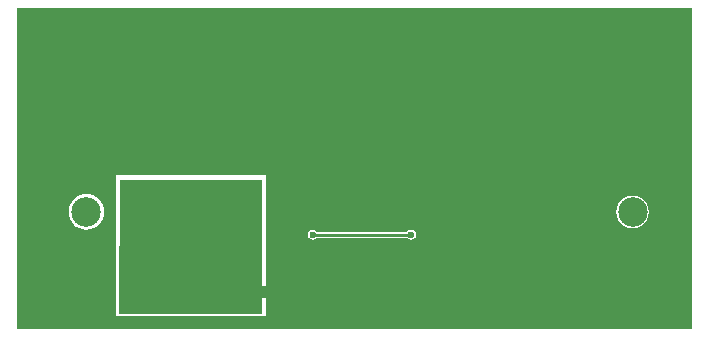
<source format=gbl>
G04 Layer_Physical_Order=2*
G04 Layer_Color=16711680*
%FSTAX44Y44*%
%MOMM*%
G71*
G01*
G75*
%ADD22C,0.2540*%
%ADD24C,1.0000*%
%ADD25C,2.5000*%
G04:AMPARAMS|DCode=26|XSize=2.5mm|YSize=2.5mm|CornerRadius=0.625mm|HoleSize=0mm|Usage=FLASHONLY|Rotation=90.000|XOffset=0mm|YOffset=0mm|HoleType=Round|Shape=RoundedRectangle|*
%AMROUNDEDRECTD26*
21,1,2.5000,1.2500,0,0,90.0*
21,1,1.2500,2.5000,0,0,90.0*
1,1,1.2500,0.6250,0.6250*
1,1,1.2500,0.6250,-0.6250*
1,1,1.2500,-0.6250,-0.6250*
1,1,1.2500,-0.6250,0.6250*
%
%ADD26ROUNDEDRECTD26*%
%ADD27C,0.6000*%
%ADD28C,0.5000*%
G36*
X06875Y0839675D02*
X06754974D01*
X06754078Y08397651D01*
X06754852Y0850975D01*
X06875D01*
Y0839675D01*
D02*
G37*
G36*
X0723907Y08383929D02*
X0688003D01*
X06879658D01*
X0687876Y08384827D01*
X0687876Y0839652D01*
Y0851425D01*
X06751Y0851425D01*
X06751Y0839525D01*
X0687749Y0839525D01*
X0687876D01*
X0687876Y08384827D01*
X06877862Y08383929D01*
X06667429D01*
Y08655571D01*
X0723907D01*
Y08383929D01*
D02*
G37*
%LPC*%
G36*
X0718875Y08496889D02*
X07185155Y08496415D01*
X07181805Y08495028D01*
X07178929Y08492821D01*
X07176722Y08489944D01*
X07175334Y08486595D01*
X07174861Y08483D01*
X07175334Y08479406D01*
X07176722Y08476055D01*
X07178929Y08473179D01*
X07181805Y08470972D01*
X07185155Y08469584D01*
X0718875Y08469111D01*
X07192345Y08469584D01*
X07195695Y08470972D01*
X07198571Y08473179D01*
X07200778Y08476055D01*
X07202166Y08479406D01*
X07202639Y08483D01*
X07202166Y08486595D01*
X07200778Y08489944D01*
X07198571Y08492821D01*
X07195695Y08495028D01*
X07192345Y08496415D01*
X0718875Y08496889D01*
D02*
G37*
G36*
X0672625Y08498113D02*
X06723301Y08497822D01*
X06720466Y08496962D01*
X06717854Y08495566D01*
X06715564Y08493687D01*
X06713684Y08491396D01*
X06712288Y08488784D01*
X06711428Y08485948D01*
X06711137Y08483D01*
X06711428Y08480052D01*
X06712288Y08477217D01*
X06713684Y08474604D01*
X06715564Y08472314D01*
X06717854Y08470434D01*
X06720466Y08469037D01*
X06723301Y08468177D01*
X0672625Y08467887D01*
X06729199Y08468177D01*
X06732034Y08469037D01*
X06734646Y08470434D01*
X06736936Y08472314D01*
X06738816Y08474604D01*
X06740212Y08477217D01*
X06741072Y08480052D01*
X06741363Y08483D01*
X06741072Y08485948D01*
X06740212Y08488784D01*
X06738816Y08491396D01*
X06736936Y08493687D01*
X06734646Y08495566D01*
X06732034Y08496962D01*
X06729199Y08497822D01*
X0672625Y08498113D01*
D02*
G37*
G36*
X07001Y08468104D02*
X06999334Y08467772D01*
X06997922Y08466829D01*
X06997595Y0846634D01*
X06921405D01*
X06921078Y08466829D01*
X06919666Y08467772D01*
X06918Y08468104D01*
X06916334Y08467772D01*
X06914921Y08466829D01*
X06913978Y08465416D01*
X06913646Y0846375D01*
X06913978Y08462084D01*
X06914921Y08460671D01*
X06916334Y08459728D01*
X06918Y08459396D01*
X06919666Y08459728D01*
X06921078Y08460671D01*
X06921405Y0846116D01*
X06997595D01*
X06997922Y08460671D01*
X06999334Y08459728D01*
X07001Y08459396D01*
X07002666Y08459728D01*
X07004078Y08460671D01*
X07005022Y08462084D01*
X07005353Y0846375D01*
X07005022Y08465416D01*
X07004078Y08466829D01*
X07002666Y08467772D01*
X07001Y08468104D01*
D02*
G37*
%LPD*%
D22*
X06918Y0846375D02*
X07001D01*
D24*
X06875Y0841525D02*
X06878938D01*
D25*
X0672625Y08483D02*
D03*
X0718875D02*
D03*
D26*
X0672625Y084322D02*
D03*
X0718875D02*
D03*
D27*
X0723392Y0864616D02*
D03*
Y08636D02*
D03*
Y0862584D02*
D03*
Y0861568D02*
D03*
Y0860552D02*
D03*
Y0859536D02*
D03*
Y085852D02*
D03*
Y0857504D02*
D03*
Y0856488D02*
D03*
Y0855472D02*
D03*
Y0854456D02*
D03*
Y085344D02*
D03*
Y0852424D02*
D03*
Y0851408D02*
D03*
Y0850392D02*
D03*
Y0849376D02*
D03*
Y084836D02*
D03*
Y0847344D02*
D03*
Y0846328D02*
D03*
Y0845312D02*
D03*
Y0844296D02*
D03*
Y084328D02*
D03*
Y0842264D02*
D03*
Y0841248D02*
D03*
Y0840232D02*
D03*
Y0839216D02*
D03*
X0722376Y0864616D02*
D03*
Y08636D02*
D03*
Y0862584D02*
D03*
Y0861568D02*
D03*
Y0860552D02*
D03*
Y0859536D02*
D03*
Y085852D02*
D03*
Y0857504D02*
D03*
Y0856488D02*
D03*
Y0855472D02*
D03*
Y0854456D02*
D03*
Y085344D02*
D03*
Y0852424D02*
D03*
Y0851408D02*
D03*
Y0850392D02*
D03*
Y0849376D02*
D03*
Y084836D02*
D03*
Y0847344D02*
D03*
Y0846328D02*
D03*
Y0845312D02*
D03*
Y0844296D02*
D03*
Y084328D02*
D03*
Y0842264D02*
D03*
Y0841248D02*
D03*
Y0840232D02*
D03*
Y0839216D02*
D03*
X072136Y0864616D02*
D03*
Y08636D02*
D03*
Y0862584D02*
D03*
Y0861568D02*
D03*
Y0860552D02*
D03*
Y0859536D02*
D03*
Y085852D02*
D03*
Y0857504D02*
D03*
Y0856488D02*
D03*
Y0839216D02*
D03*
X0720344Y0864616D02*
D03*
Y08636D02*
D03*
Y0857504D02*
D03*
Y0856488D02*
D03*
Y0845312D02*
D03*
Y0841248D02*
D03*
Y0839216D02*
D03*
X0719328Y0864616D02*
D03*
Y08636D02*
D03*
Y0857504D02*
D03*
Y0856488D02*
D03*
Y0845312D02*
D03*
Y0841248D02*
D03*
Y0839216D02*
D03*
X0718312Y0864616D02*
D03*
Y08636D02*
D03*
Y0857504D02*
D03*
Y0856488D02*
D03*
Y0845312D02*
D03*
Y0841248D02*
D03*
Y0839216D02*
D03*
X0717296Y0864616D02*
D03*
Y08636D02*
D03*
Y0862584D02*
D03*
Y0861568D02*
D03*
Y0860552D02*
D03*
Y0859536D02*
D03*
Y085852D02*
D03*
Y0857504D02*
D03*
Y0856488D02*
D03*
Y0845312D02*
D03*
Y0844296D02*
D03*
Y0841248D02*
D03*
Y0839216D02*
D03*
X071628Y0864616D02*
D03*
Y08636D02*
D03*
Y0862584D02*
D03*
Y0861568D02*
D03*
Y0860552D02*
D03*
Y0859536D02*
D03*
Y085852D02*
D03*
Y0857504D02*
D03*
Y0856488D02*
D03*
Y0839216D02*
D03*
X0715264Y0864616D02*
D03*
Y08636D02*
D03*
Y0862584D02*
D03*
Y0861568D02*
D03*
Y0860552D02*
D03*
Y0859536D02*
D03*
Y085852D02*
D03*
Y0857504D02*
D03*
Y0856488D02*
D03*
Y0839216D02*
D03*
X0714248Y0864616D02*
D03*
Y08636D02*
D03*
Y0862584D02*
D03*
Y0861568D02*
D03*
Y0860552D02*
D03*
Y0859536D02*
D03*
Y085852D02*
D03*
Y0857504D02*
D03*
Y0856488D02*
D03*
Y0839216D02*
D03*
X0713232Y0864616D02*
D03*
Y08636D02*
D03*
Y0862584D02*
D03*
Y0861568D02*
D03*
Y0860552D02*
D03*
Y0859536D02*
D03*
Y085852D02*
D03*
Y0857504D02*
D03*
Y0856488D02*
D03*
Y0839216D02*
D03*
X0712216Y0864616D02*
D03*
Y08636D02*
D03*
Y0862584D02*
D03*
Y0861568D02*
D03*
Y0860552D02*
D03*
Y0859536D02*
D03*
Y085852D02*
D03*
Y0857504D02*
D03*
Y0856488D02*
D03*
Y0839216D02*
D03*
X07112Y0864616D02*
D03*
Y08636D02*
D03*
Y0857504D02*
D03*
Y0856488D02*
D03*
Y0839216D02*
D03*
X0710184Y0864616D02*
D03*
Y08636D02*
D03*
Y0857504D02*
D03*
Y0856488D02*
D03*
Y0839216D02*
D03*
X0709168Y0864616D02*
D03*
Y08636D02*
D03*
Y0857504D02*
D03*
Y0856488D02*
D03*
Y0839216D02*
D03*
X0708152Y0864616D02*
D03*
Y08636D02*
D03*
Y0862584D02*
D03*
Y0861568D02*
D03*
Y0860552D02*
D03*
Y0859536D02*
D03*
Y085852D02*
D03*
Y0857504D02*
D03*
Y0856488D02*
D03*
Y0839216D02*
D03*
X0707136Y0864616D02*
D03*
Y08636D02*
D03*
Y0862584D02*
D03*
Y0861568D02*
D03*
Y0860552D02*
D03*
Y0859536D02*
D03*
Y085852D02*
D03*
Y0857504D02*
D03*
Y0856488D02*
D03*
Y0839216D02*
D03*
X070612Y0864616D02*
D03*
Y08636D02*
D03*
Y0862584D02*
D03*
Y0861568D02*
D03*
Y0860552D02*
D03*
Y0859536D02*
D03*
Y085852D02*
D03*
Y0857504D02*
D03*
Y0856488D02*
D03*
Y0855472D02*
D03*
Y0854456D02*
D03*
Y085344D02*
D03*
Y0852424D02*
D03*
Y0851408D02*
D03*
Y0850392D02*
D03*
Y0839216D02*
D03*
X0705104Y0864616D02*
D03*
Y08636D02*
D03*
Y0862584D02*
D03*
Y0861568D02*
D03*
Y0860552D02*
D03*
Y0859536D02*
D03*
Y085852D02*
D03*
Y0857504D02*
D03*
Y0856488D02*
D03*
Y0855472D02*
D03*
Y0854456D02*
D03*
Y085344D02*
D03*
Y0852424D02*
D03*
Y0851408D02*
D03*
Y0850392D02*
D03*
Y0839216D02*
D03*
X0704088Y0864616D02*
D03*
Y08636D02*
D03*
Y0862584D02*
D03*
Y0861568D02*
D03*
Y0860552D02*
D03*
Y0859536D02*
D03*
Y085852D02*
D03*
Y0857504D02*
D03*
Y0856488D02*
D03*
Y0855472D02*
D03*
Y0854456D02*
D03*
Y085344D02*
D03*
Y0852424D02*
D03*
Y0851408D02*
D03*
Y0850392D02*
D03*
Y0839216D02*
D03*
X0703072Y0864616D02*
D03*
Y08636D02*
D03*
Y0862584D02*
D03*
Y0861568D02*
D03*
Y0860552D02*
D03*
Y0859536D02*
D03*
Y085852D02*
D03*
Y0857504D02*
D03*
Y0856488D02*
D03*
Y0855472D02*
D03*
Y0854456D02*
D03*
Y085344D02*
D03*
Y0852424D02*
D03*
Y0851408D02*
D03*
Y0850392D02*
D03*
Y0839216D02*
D03*
X0702056Y0864616D02*
D03*
Y08636D02*
D03*
Y0852424D02*
D03*
Y0851408D02*
D03*
Y0850392D02*
D03*
Y0839216D02*
D03*
X070104Y0864616D02*
D03*
Y08636D02*
D03*
Y0852424D02*
D03*
Y0851408D02*
D03*
Y0850392D02*
D03*
Y0849376D02*
D03*
Y084836D02*
D03*
Y0847344D02*
D03*
Y0846328D02*
D03*
Y0839216D02*
D03*
X0700024Y0864616D02*
D03*
Y08636D02*
D03*
Y0839216D02*
D03*
X0699008Y0864616D02*
D03*
Y08636D02*
D03*
Y0862584D02*
D03*
Y0861568D02*
D03*
Y0860552D02*
D03*
Y0859536D02*
D03*
Y0839216D02*
D03*
X0697992Y0864616D02*
D03*
Y08636D02*
D03*
Y0862584D02*
D03*
Y0861568D02*
D03*
Y0860552D02*
D03*
Y0859536D02*
D03*
Y0839216D02*
D03*
X0696976Y0864616D02*
D03*
Y08636D02*
D03*
Y0862584D02*
D03*
Y0861568D02*
D03*
Y0860552D02*
D03*
Y0859536D02*
D03*
Y0839216D02*
D03*
X069596Y0864616D02*
D03*
Y08636D02*
D03*
Y0862584D02*
D03*
Y0861568D02*
D03*
Y0860552D02*
D03*
Y0859536D02*
D03*
Y0839216D02*
D03*
X0694944Y0864616D02*
D03*
Y08636D02*
D03*
Y0862584D02*
D03*
Y0861568D02*
D03*
Y0860552D02*
D03*
Y0859536D02*
D03*
Y0839216D02*
D03*
X0693928Y0864616D02*
D03*
Y08636D02*
D03*
Y0839216D02*
D03*
X0692912Y0864616D02*
D03*
Y08636D02*
D03*
Y0844296D02*
D03*
Y084328D02*
D03*
Y0842264D02*
D03*
Y0839216D02*
D03*
X0691896Y0864616D02*
D03*
Y08636D02*
D03*
Y0862584D02*
D03*
Y0844296D02*
D03*
Y084328D02*
D03*
Y0842264D02*
D03*
Y0839216D02*
D03*
X069088Y0864616D02*
D03*
Y08636D02*
D03*
Y0862584D02*
D03*
Y0861568D02*
D03*
Y0860552D02*
D03*
Y0859536D02*
D03*
Y0841248D02*
D03*
Y0839216D02*
D03*
X0689864Y0864616D02*
D03*
Y08636D02*
D03*
Y0862584D02*
D03*
Y0861568D02*
D03*
Y0860552D02*
D03*
Y0859536D02*
D03*
Y0842264D02*
D03*
Y0841248D02*
D03*
Y0839216D02*
D03*
X0688848Y0864616D02*
D03*
Y08636D02*
D03*
Y0862584D02*
D03*
Y0861568D02*
D03*
Y0860552D02*
D03*
Y0859536D02*
D03*
Y0839216D02*
D03*
X0687832Y0864616D02*
D03*
Y08636D02*
D03*
Y0862584D02*
D03*
Y0861568D02*
D03*
Y0860552D02*
D03*
Y0859536D02*
D03*
X0686816Y0864616D02*
D03*
Y08636D02*
D03*
Y0862584D02*
D03*
Y0861568D02*
D03*
Y0860552D02*
D03*
Y0859536D02*
D03*
Y084836D02*
D03*
Y0844296D02*
D03*
Y084328D02*
D03*
Y0842264D02*
D03*
Y0841248D02*
D03*
Y0839216D02*
D03*
X06858Y0864616D02*
D03*
Y08636D02*
D03*
Y0862584D02*
D03*
Y0861568D02*
D03*
Y0860552D02*
D03*
Y0859536D02*
D03*
Y0850392D02*
D03*
Y0849376D02*
D03*
Y084836D02*
D03*
Y0844296D02*
D03*
Y084328D02*
D03*
Y0839216D02*
D03*
X0684784Y0859536D02*
D03*
Y084836D02*
D03*
Y0844296D02*
D03*
Y084328D02*
D03*
Y0839216D02*
D03*
X0683768Y0859536D02*
D03*
Y0849376D02*
D03*
Y0839216D02*
D03*
X0682752Y0859536D02*
D03*
Y0839216D02*
D03*
X0681736Y0864616D02*
D03*
Y08636D02*
D03*
Y0862584D02*
D03*
Y0861568D02*
D03*
Y0860552D02*
D03*
Y0859536D02*
D03*
Y0850392D02*
D03*
Y0839216D02*
D03*
X068072Y0864616D02*
D03*
Y08636D02*
D03*
Y0862584D02*
D03*
Y0861568D02*
D03*
Y0860552D02*
D03*
Y0859536D02*
D03*
Y0850392D02*
D03*
Y0839216D02*
D03*
X0679704Y0864616D02*
D03*
Y08636D02*
D03*
Y0862584D02*
D03*
Y0861568D02*
D03*
Y0860552D02*
D03*
Y0859536D02*
D03*
Y0850392D02*
D03*
Y0839216D02*
D03*
X0678688Y0864616D02*
D03*
Y08636D02*
D03*
Y0862584D02*
D03*
Y0861568D02*
D03*
Y0860552D02*
D03*
Y0859536D02*
D03*
Y0850392D02*
D03*
Y0839216D02*
D03*
X0677672Y0864616D02*
D03*
Y08636D02*
D03*
Y0862584D02*
D03*
Y0861568D02*
D03*
Y0860552D02*
D03*
Y0859536D02*
D03*
Y0850392D02*
D03*
Y0849376D02*
D03*
Y084836D02*
D03*
Y0847344D02*
D03*
Y0846328D02*
D03*
Y0845312D02*
D03*
Y0844296D02*
D03*
Y084328D02*
D03*
Y0839216D02*
D03*
X0676656Y0864616D02*
D03*
Y08636D02*
D03*
Y0862584D02*
D03*
Y0861568D02*
D03*
Y0860552D02*
D03*
Y0859536D02*
D03*
Y0850392D02*
D03*
Y0849376D02*
D03*
Y084836D02*
D03*
Y0847344D02*
D03*
Y0846328D02*
D03*
Y0845312D02*
D03*
Y0844296D02*
D03*
Y084328D02*
D03*
Y0839216D02*
D03*
X067564Y0864616D02*
D03*
Y08636D02*
D03*
Y0862584D02*
D03*
Y0861568D02*
D03*
Y0860552D02*
D03*
Y0859536D02*
D03*
Y0839216D02*
D03*
X0674624Y0864616D02*
D03*
Y08636D02*
D03*
Y0862584D02*
D03*
Y0861568D02*
D03*
Y0860552D02*
D03*
Y0859536D02*
D03*
Y0845312D02*
D03*
Y0844296D02*
D03*
Y084328D02*
D03*
Y0842264D02*
D03*
Y0841248D02*
D03*
Y0840232D02*
D03*
Y0839216D02*
D03*
X0673608Y0864616D02*
D03*
Y08636D02*
D03*
Y0862584D02*
D03*
Y0861568D02*
D03*
Y0860552D02*
D03*
Y0859536D02*
D03*
Y0845312D02*
D03*
Y0841248D02*
D03*
Y0840232D02*
D03*
Y0839216D02*
D03*
X0672592Y0859536D02*
D03*
Y0845312D02*
D03*
Y0841248D02*
D03*
Y0840232D02*
D03*
Y0839216D02*
D03*
X0671576Y0859536D02*
D03*
Y0845312D02*
D03*
Y0841248D02*
D03*
Y0840232D02*
D03*
Y0839216D02*
D03*
X067056Y0859536D02*
D03*
Y0845312D02*
D03*
Y0844296D02*
D03*
Y084328D02*
D03*
Y0842264D02*
D03*
Y0841248D02*
D03*
Y0840232D02*
D03*
Y0839216D02*
D03*
X0669544Y0864616D02*
D03*
Y08636D02*
D03*
Y0862584D02*
D03*
Y0861568D02*
D03*
Y0860552D02*
D03*
Y0859536D02*
D03*
Y085852D02*
D03*
Y0857504D02*
D03*
Y0856488D02*
D03*
Y0855472D02*
D03*
Y0854456D02*
D03*
Y085344D02*
D03*
Y0852424D02*
D03*
Y0851408D02*
D03*
Y0850392D02*
D03*
Y0849376D02*
D03*
Y084836D02*
D03*
Y0847344D02*
D03*
Y0846328D02*
D03*
Y0845312D02*
D03*
Y0844296D02*
D03*
Y084328D02*
D03*
Y0842264D02*
D03*
Y0841248D02*
D03*
Y0840232D02*
D03*
Y0839216D02*
D03*
X0668528Y0864616D02*
D03*
Y08636D02*
D03*
Y0862584D02*
D03*
Y0861568D02*
D03*
Y0860552D02*
D03*
Y0859536D02*
D03*
Y085852D02*
D03*
Y0857504D02*
D03*
Y0856488D02*
D03*
Y0855472D02*
D03*
Y0854456D02*
D03*
Y085344D02*
D03*
Y0852424D02*
D03*
Y0851408D02*
D03*
Y0850392D02*
D03*
Y0849376D02*
D03*
Y084836D02*
D03*
Y0847344D02*
D03*
Y0846328D02*
D03*
Y0845312D02*
D03*
Y0844296D02*
D03*
Y084328D02*
D03*
Y0842264D02*
D03*
Y0841248D02*
D03*
Y0840232D02*
D03*
Y0839216D02*
D03*
X0667512Y0864616D02*
D03*
Y08636D02*
D03*
Y0862584D02*
D03*
Y0861568D02*
D03*
Y0860552D02*
D03*
Y0859536D02*
D03*
Y085852D02*
D03*
Y0857504D02*
D03*
Y0856488D02*
D03*
Y0855472D02*
D03*
Y0854456D02*
D03*
Y085344D02*
D03*
Y0852424D02*
D03*
Y0851408D02*
D03*
Y0850392D02*
D03*
Y0849376D02*
D03*
Y084836D02*
D03*
Y0847344D02*
D03*
Y0846328D02*
D03*
Y0845312D02*
D03*
Y0844296D02*
D03*
Y084328D02*
D03*
Y0842264D02*
D03*
Y0841248D02*
D03*
Y0840232D02*
D03*
Y0839216D02*
D03*
X07001Y0846375D02*
D03*
X0681925Y08443D02*
D03*
X06918Y0846375D02*
D03*
D28*
X06866Y08453873D02*
D03*
X06855D02*
D03*
X06866Y08464872D02*
D03*
X06855D02*
D03*
M02*

</source>
